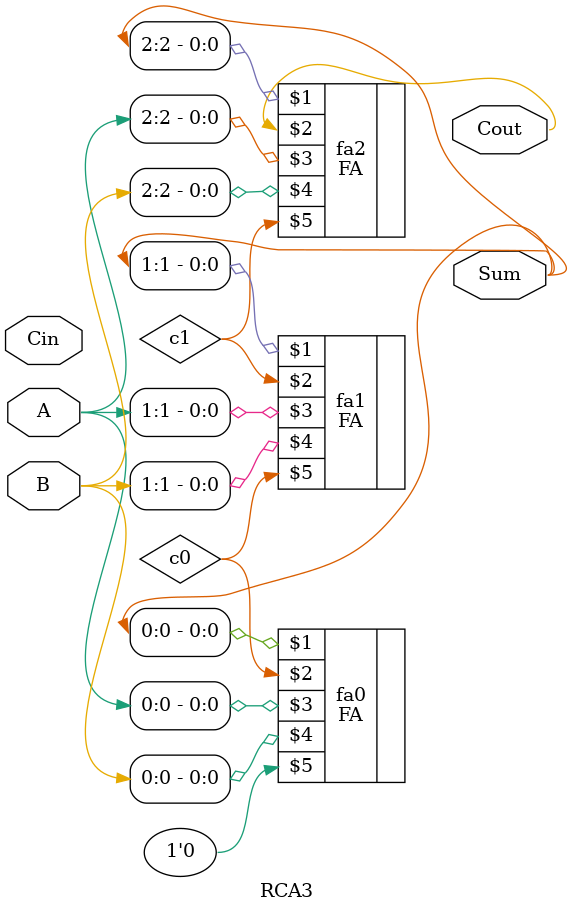
<source format=v>
module RCA3 (Sum, Cout, A, B, Cin);

	input [2:0] A, B;
	input Cin;
	output [2:0] Sum;
	output Cout;

	wire c0, c1;

	FA fa0 (Sum[0], c0, A[0], B[0], 1'b0);
	FA fa1 (Sum[1], c1, A[1], B[1], c0);
	FA fa2 (Sum[2], Cout, A[2], B[2], c1);
	
endmodule
</source>
